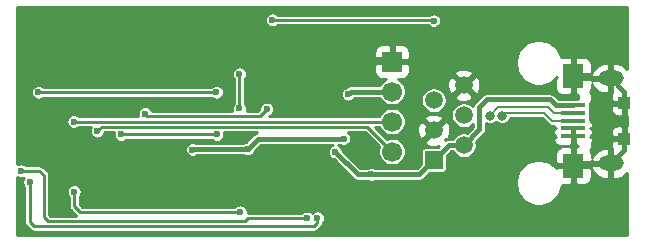
<source format=gbl>
G04 #@! TF.GenerationSoftware,KiCad,Pcbnew,(5.1.9-0-10_14)*
G04 #@! TF.CreationDate,2021-05-18T17:10:00+02:00*
G04 #@! TF.ProjectId,P1_wifi,50315f77-6966-4692-9e6b-696361645f70,rev?*
G04 #@! TF.SameCoordinates,Original*
G04 #@! TF.FileFunction,Copper,L2,Bot*
G04 #@! TF.FilePolarity,Positive*
%FSLAX46Y46*%
G04 Gerber Fmt 4.6, Leading zero omitted, Abs format (unit mm)*
G04 Created by KiCad (PCBNEW (5.1.9-0-10_14)) date 2021-05-18 17:10:00*
%MOMM*%
%LPD*%
G01*
G04 APERTURE LIST*
G04 #@! TA.AperFunction,ComponentPad*
%ADD10C,1.700000*%
G04 #@! TD*
G04 #@! TA.AperFunction,ComponentPad*
%ADD11R,1.700000X1.700000*%
G04 #@! TD*
G04 #@! TA.AperFunction,SMDPad,CuDef*
%ADD12R,1.000000X1.000000*%
G04 #@! TD*
G04 #@! TA.AperFunction,SMDPad,CuDef*
%ADD13R,2.150000X0.400000*%
G04 #@! TD*
G04 #@! TA.AperFunction,ComponentPad*
%ADD14R,1.800000X2.000000*%
G04 #@! TD*
G04 #@! TA.AperFunction,ComponentPad*
%ADD15O,2.150000X1.300000*%
G04 #@! TD*
G04 #@! TA.AperFunction,ComponentPad*
%ADD16R,1.520000X1.520000*%
G04 #@! TD*
G04 #@! TA.AperFunction,ComponentPad*
%ADD17C,1.520000*%
G04 #@! TD*
G04 #@! TA.AperFunction,ViaPad*
%ADD18C,0.600000*%
G04 #@! TD*
G04 #@! TA.AperFunction,ViaPad*
%ADD19C,0.812800*%
G04 #@! TD*
G04 #@! TA.AperFunction,Conductor*
%ADD20C,0.406400*%
G04 #@! TD*
G04 #@! TA.AperFunction,Conductor*
%ADD21C,0.254000*%
G04 #@! TD*
G04 #@! TA.AperFunction,Conductor*
%ADD22C,0.203200*%
G04 #@! TD*
G04 #@! TA.AperFunction,Conductor*
%ADD23C,0.100000*%
G04 #@! TD*
G04 APERTURE END LIST*
D10*
X39711500Y9937000D03*
X39711500Y12477000D03*
X39711500Y7397000D03*
D11*
X39711500Y15017000D03*
D12*
X59379500Y11500000D03*
D13*
X55069500Y11300000D03*
D14*
X55069500Y13800000D03*
D15*
X58229500Y13600000D03*
D14*
X55069500Y6200000D03*
D15*
X58229500Y6400000D03*
D12*
X59379500Y8500000D03*
D13*
X55069500Y10650000D03*
X55069500Y10000000D03*
X55069500Y9350000D03*
X55069500Y8700000D03*
D16*
X43243500Y6667500D03*
D17*
X45783500Y7937500D03*
X43243500Y9207500D03*
X45783500Y10477500D03*
X43243500Y11747500D03*
X45783500Y13017500D03*
D18*
X31496000Y4318000D03*
X33528000Y6350000D03*
X31496000Y6350000D03*
X33528000Y4318000D03*
X35052000Y16322000D03*
X35052000Y13462000D03*
X30099000Y7620000D03*
X31851600Y13716000D03*
X24511000Y18034000D03*
X11557000Y14351000D03*
X11557000Y4445000D03*
X27432000Y4445000D03*
X36703000Y7239000D03*
X36703000Y8763000D03*
X36931600Y13335000D03*
X30022800Y2844800D03*
X35153600Y2895600D03*
X24434800Y3098800D03*
X18034000Y15240000D03*
X21082000Y11684000D03*
X20574000Y5588000D03*
X15240000Y5588000D03*
X41656000Y4318000D03*
X45974000Y4318000D03*
X43688000Y762000D03*
X49022000Y1778000D03*
X50038000Y7620000D03*
X47244000Y7112000D03*
X48514000Y12573000D03*
X58928000Y19050000D03*
X57658000Y19050000D03*
X58928000Y17780000D03*
X58928000Y1016000D03*
X58928000Y2286000D03*
X57404000Y1016000D03*
X8128000Y19304000D03*
X26416000Y19050000D03*
X49276000Y19050000D03*
X58928000Y16256000D03*
X58928000Y3810000D03*
X55880000Y1016000D03*
X54102000Y1016000D03*
X56388000Y19050000D03*
X54864000Y19050000D03*
X41402000Y11176000D03*
X41402000Y8382000D03*
X41402000Y13716000D03*
X34903703Y7364651D03*
X37947600Y5460996D03*
X26797000Y13970000D03*
X36002000Y12258000D03*
X27495000Y7620000D03*
X22809200Y7569198D03*
X26797000Y11049000D03*
X35623007Y8495813D03*
X29591000Y18542000D03*
X43243504Y18478502D03*
X24841200Y12420600D03*
X9779000Y12420598D03*
X16764000Y8848788D03*
X24892000Y8848788D03*
D19*
X49022000Y10429855D03*
X48006000Y10429855D03*
D18*
X12801600Y4013200D03*
X26847800Y2285994D03*
X12776200Y9931400D03*
X14757400Y9118600D03*
X32512000Y1773210D03*
X8280400Y5765800D03*
X33401000Y1778000D03*
X9042400Y4800600D03*
X18796000Y10612421D03*
X29108400Y10998200D03*
D20*
X58229500Y13600000D02*
X55069500Y13600000D01*
X58229500Y6400000D02*
X55069500Y6400000D01*
X59379500Y12450000D02*
X58229500Y13600000D01*
X59379500Y11500000D02*
X59379500Y12450000D01*
X59379500Y7550000D02*
X58229500Y6400000D01*
X59379500Y8500000D02*
X59379500Y7550000D01*
X59379500Y11500000D02*
X59379500Y8500000D01*
X55069500Y8700000D02*
X55069500Y6400000D01*
X55069500Y9350000D02*
X55069500Y8700000D01*
X35052000Y13462000D02*
X35052000Y16322000D01*
X39488500Y15240000D02*
X35136000Y15240000D01*
D21*
X35136000Y15240000D02*
X35052000Y15324000D01*
X39711500Y15017000D02*
X39488500Y15240000D01*
D20*
X44513500Y7937500D02*
X43243500Y6667500D01*
X45783500Y7937500D02*
X44513500Y7937500D01*
D21*
X42792799Y6216799D02*
X43243500Y6667500D01*
D20*
X47117000Y9271000D02*
X45783500Y7937500D01*
X47723528Y11811000D02*
X47117000Y11204472D01*
X55069500Y11300000D02*
X53597000Y11300000D01*
X47117000Y11204472D02*
X47117000Y9271000D01*
X53086000Y11811000D02*
X47723528Y11811000D01*
X53597000Y11300000D02*
X53086000Y11811000D01*
X36807358Y5460996D02*
X37947600Y5460996D01*
X34903703Y7364651D02*
X36807358Y5460996D01*
X42792799Y6216799D02*
X42036996Y5460996D01*
X42036996Y5460996D02*
X38371864Y5460996D01*
X38371864Y5460996D02*
X37947600Y5460996D01*
X36221000Y12477000D02*
X36002000Y12258000D01*
X39711500Y12477000D02*
X36221000Y12477000D01*
X27495000Y7620000D02*
X22860002Y7620000D01*
X22860002Y7620000D02*
X22809200Y7569198D01*
D21*
X26797000Y13970000D02*
X26797000Y13545736D01*
X26797000Y13545736D02*
X26797000Y11049000D01*
X26797000Y11049000D02*
X26797000Y11049000D01*
D20*
X27495000Y7620000D02*
X28370813Y8495813D01*
X28370813Y8495813D02*
X35623007Y8495813D01*
D21*
X43180006Y18542000D02*
X43243504Y18478502D01*
X29591000Y18542000D02*
X38100000Y18542000D01*
X38100000Y18542000D02*
X43180006Y18542000D01*
X9779002Y12420600D02*
X9779000Y12420598D01*
X24841200Y12420600D02*
X9779002Y12420600D01*
X16764000Y8848788D02*
X24892000Y8848788D01*
D22*
X52578000Y10668000D02*
X53246000Y10000000D01*
X53246000Y10000000D02*
X55069500Y10000000D01*
X49260145Y10668000D02*
X52578000Y10668000D01*
X49022000Y10429855D02*
X49260145Y10668000D01*
X48717200Y11141055D02*
X52910509Y11141055D01*
X52910509Y11141055D02*
X53401564Y10650000D01*
X48006000Y10429855D02*
X48717200Y11141055D01*
X53401564Y10650000D02*
X55069500Y10650000D01*
D21*
X12801600Y2755400D02*
X13271006Y2285994D01*
X13271006Y2285994D02*
X26847800Y2285994D01*
X12801600Y4013200D02*
X12801600Y2755400D01*
X13233400Y9931400D02*
X12776200Y9931400D01*
X14154900Y9931400D02*
X13233400Y9931400D01*
X14160500Y9937000D02*
X14154900Y9931400D01*
X39711500Y9937000D02*
X14160500Y9937000D01*
X15117801Y9479001D02*
X14757400Y9118600D01*
X39711500Y7397000D02*
X37629499Y9479001D01*
X37629499Y9479001D02*
X15117801Y9479001D01*
X10236200Y5384800D02*
X9855200Y5765800D01*
X10236200Y1854200D02*
X10236200Y5384800D01*
X10566400Y1524000D02*
X10236200Y1854200D01*
X27247098Y1524000D02*
X10566400Y1524000D01*
X27496308Y1773210D02*
X27247098Y1524000D01*
X9855200Y5765800D02*
X8280400Y5765800D01*
X32512000Y1773210D02*
X27496308Y1773210D01*
X9042400Y1397000D02*
X9042400Y4800600D01*
X33114053Y1066789D02*
X9372611Y1066789D01*
X9372611Y1066789D02*
X9042400Y1397000D01*
X33401000Y1353736D02*
X33114053Y1066789D01*
X33401000Y1778000D02*
X33401000Y1353736D01*
X18796000Y10612421D02*
X18994421Y10414000D01*
X18994421Y10414000D02*
X28524200Y10414000D01*
X28524200Y10414000D02*
X29108400Y10998200D01*
X59644800Y14426971D02*
X59474005Y14597882D01*
X59263581Y14738585D01*
X59029751Y14835533D01*
X58781500Y14885000D01*
X58356500Y14885000D01*
X58356500Y13727000D01*
X58376500Y13727000D01*
X58376500Y13473000D01*
X58356500Y13473000D01*
X58356500Y12363678D01*
X58348963Y12354494D01*
X58289998Y12244180D01*
X58253688Y12124482D01*
X58241428Y12000000D01*
X58244500Y11785750D01*
X58403250Y11627000D01*
X59252500Y11627000D01*
X59252500Y11647000D01*
X59506500Y11647000D01*
X59506500Y11627000D01*
X59526500Y11627000D01*
X59526500Y11373000D01*
X59506500Y11373000D01*
X59506500Y10523750D01*
X59644800Y10385450D01*
X59644801Y9614551D01*
X59506500Y9476250D01*
X59506500Y8627000D01*
X59526500Y8627000D01*
X59526500Y8373000D01*
X59506500Y8373000D01*
X59506500Y8353000D01*
X59252500Y8353000D01*
X59252500Y8373000D01*
X58403250Y8373000D01*
X58244500Y8214250D01*
X58241428Y8000000D01*
X58253688Y7875518D01*
X58289998Y7755820D01*
X58348963Y7645506D01*
X58356500Y7636322D01*
X58356500Y6527000D01*
X58376500Y6527000D01*
X58376500Y6273000D01*
X58356500Y6273000D01*
X58356500Y5115000D01*
X58781500Y5115000D01*
X59029751Y5164467D01*
X59263581Y5261415D01*
X59474005Y5402118D01*
X59644801Y5573029D01*
X59644801Y355200D01*
X7950200Y355200D01*
X7950200Y5228497D01*
X7981888Y5207324D01*
X8096578Y5159818D01*
X8218331Y5135600D01*
X8342469Y5135600D01*
X8464222Y5159818D01*
X8547549Y5194333D01*
X8483924Y5099112D01*
X8436418Y4984422D01*
X8412200Y4862669D01*
X8412200Y4738531D01*
X8436418Y4616778D01*
X8483924Y4502088D01*
X8552892Y4398871D01*
X8585201Y4366562D01*
X8585200Y1419450D01*
X8582989Y1397000D01*
X8585200Y1374550D01*
X8585200Y1374541D01*
X8591815Y1307374D01*
X8617959Y1221192D01*
X8660413Y1141765D01*
X8717547Y1072147D01*
X8734997Y1057826D01*
X9033441Y759381D01*
X9047758Y741936D01*
X9117375Y684802D01*
X9196802Y642348D01*
X9282984Y616204D01*
X9350151Y609589D01*
X9350161Y609589D01*
X9372611Y607378D01*
X9395061Y609589D01*
X33091603Y609589D01*
X33114053Y607378D01*
X33136503Y609589D01*
X33136513Y609589D01*
X33203680Y616204D01*
X33289862Y642348D01*
X33369289Y684802D01*
X33438906Y741936D01*
X33453227Y759386D01*
X33708403Y1014562D01*
X33725853Y1028883D01*
X33762401Y1073416D01*
X33782987Y1098499D01*
X33819722Y1167228D01*
X33825441Y1177927D01*
X33851585Y1264109D01*
X33858200Y1331276D01*
X33858200Y1331285D01*
X33859585Y1345348D01*
X33890508Y1376271D01*
X33959476Y1479488D01*
X34006982Y1594178D01*
X34031200Y1715931D01*
X34031200Y1840069D01*
X34006982Y1961822D01*
X33959476Y2076512D01*
X33890508Y2179729D01*
X33802729Y2267508D01*
X33699512Y2336476D01*
X33584822Y2383982D01*
X33463069Y2408200D01*
X33338931Y2408200D01*
X33217178Y2383982D01*
X33102488Y2336476D01*
X32999271Y2267508D01*
X32954105Y2222342D01*
X32913729Y2262718D01*
X32810512Y2331686D01*
X32695822Y2379192D01*
X32574069Y2403410D01*
X32449931Y2403410D01*
X32328178Y2379192D01*
X32213488Y2331686D01*
X32110271Y2262718D01*
X32077963Y2230410D01*
X27518757Y2230410D01*
X27496307Y2232621D01*
X27478000Y2230818D01*
X27478000Y2348063D01*
X27453782Y2469816D01*
X27406276Y2584506D01*
X27337308Y2687723D01*
X27249529Y2775502D01*
X27146312Y2844470D01*
X27031622Y2891976D01*
X26909869Y2916194D01*
X26785731Y2916194D01*
X26663978Y2891976D01*
X26549288Y2844470D01*
X26446071Y2775502D01*
X26413763Y2743194D01*
X13460384Y2743194D01*
X13258800Y2944777D01*
X13258800Y3579163D01*
X13291108Y3611471D01*
X13360076Y3714688D01*
X13407582Y3829378D01*
X13431800Y3951131D01*
X13431800Y4075269D01*
X13407582Y4197022D01*
X13360076Y4311712D01*
X13291108Y4414929D01*
X13203329Y4502708D01*
X13100112Y4571676D01*
X12985422Y4619182D01*
X12863669Y4643400D01*
X12739531Y4643400D01*
X12617778Y4619182D01*
X12503088Y4571676D01*
X12399871Y4502708D01*
X12312092Y4414929D01*
X12243124Y4311712D01*
X12195618Y4197022D01*
X12171400Y4075269D01*
X12171400Y3951131D01*
X12195618Y3829378D01*
X12243124Y3714688D01*
X12312092Y3611471D01*
X12344400Y3579163D01*
X12344401Y2777859D01*
X12342189Y2755400D01*
X12351016Y2665774D01*
X12377160Y2579591D01*
X12419613Y2500165D01*
X12451097Y2461803D01*
X12476748Y2430547D01*
X12494192Y2416231D01*
X12929222Y1981200D01*
X10755778Y1981200D01*
X10693400Y2043577D01*
X10693400Y5362351D01*
X10695611Y5384801D01*
X10693400Y5407251D01*
X10693400Y5407260D01*
X10686785Y5474427D01*
X10660641Y5560609D01*
X10622685Y5631621D01*
X10618187Y5640037D01*
X10575370Y5692208D01*
X10561053Y5709653D01*
X10543608Y5723970D01*
X10194374Y6073203D01*
X10180053Y6090653D01*
X10110436Y6147787D01*
X10031009Y6190241D01*
X9944827Y6216385D01*
X9877660Y6223000D01*
X9877650Y6223000D01*
X9855200Y6225211D01*
X9832750Y6223000D01*
X8714437Y6223000D01*
X8682129Y6255308D01*
X8578912Y6324276D01*
X8464222Y6371782D01*
X8342469Y6396000D01*
X8218331Y6396000D01*
X8096578Y6371782D01*
X7981888Y6324276D01*
X7950200Y6303103D01*
X7950200Y9993469D01*
X12146000Y9993469D01*
X12146000Y9869331D01*
X12170218Y9747578D01*
X12217724Y9632888D01*
X12286692Y9529671D01*
X12374471Y9441892D01*
X12477688Y9372924D01*
X12592378Y9325418D01*
X12714131Y9301200D01*
X12838269Y9301200D01*
X12960022Y9325418D01*
X13074712Y9372924D01*
X13177929Y9441892D01*
X13210237Y9474200D01*
X14132450Y9474200D01*
X14154900Y9471989D01*
X14177350Y9474200D01*
X14177360Y9474200D01*
X14234221Y9479800D01*
X14240811Y9479800D01*
X14198924Y9417112D01*
X14151418Y9302422D01*
X14127200Y9180669D01*
X14127200Y9056531D01*
X14151418Y8934778D01*
X14198924Y8820088D01*
X14267892Y8716871D01*
X14355671Y8629092D01*
X14458888Y8560124D01*
X14573578Y8512618D01*
X14695331Y8488400D01*
X14819469Y8488400D01*
X14941222Y8512618D01*
X15055912Y8560124D01*
X15159129Y8629092D01*
X15246908Y8716871D01*
X15315876Y8820088D01*
X15363382Y8934778D01*
X15380692Y9021801D01*
X16155868Y9021801D01*
X16133800Y8910857D01*
X16133800Y8786719D01*
X16158018Y8664966D01*
X16205524Y8550276D01*
X16274492Y8447059D01*
X16362271Y8359280D01*
X16465488Y8290312D01*
X16580178Y8242806D01*
X16701931Y8218588D01*
X16826069Y8218588D01*
X16947822Y8242806D01*
X17062512Y8290312D01*
X17165729Y8359280D01*
X17198037Y8391588D01*
X24457963Y8391588D01*
X24490271Y8359280D01*
X24593488Y8290312D01*
X24708178Y8242806D01*
X24829931Y8218588D01*
X24954069Y8218588D01*
X25075822Y8242806D01*
X25190512Y8290312D01*
X25293729Y8359280D01*
X25381508Y8447059D01*
X25450476Y8550276D01*
X25497982Y8664966D01*
X25522200Y8786719D01*
X25522200Y8910857D01*
X25500132Y9021801D01*
X28269365Y9021801D01*
X28266248Y9021494D01*
X28165702Y8990994D01*
X28073038Y8941464D01*
X27991818Y8874808D01*
X27975117Y8854458D01*
X27355446Y8234787D01*
X27311178Y8225982D01*
X27196488Y8178476D01*
X27158959Y8153400D01*
X23045604Y8153400D01*
X22993022Y8175180D01*
X22871269Y8199398D01*
X22747131Y8199398D01*
X22625378Y8175180D01*
X22510688Y8127674D01*
X22407471Y8058706D01*
X22319692Y7970927D01*
X22250724Y7867710D01*
X22203218Y7753020D01*
X22179000Y7631267D01*
X22179000Y7507129D01*
X22203218Y7385376D01*
X22250724Y7270686D01*
X22319692Y7167469D01*
X22407471Y7079690D01*
X22510688Y7010722D01*
X22625378Y6963216D01*
X22747131Y6938998D01*
X22871269Y6938998D01*
X22993022Y6963216D01*
X23107712Y7010722D01*
X23210929Y7079690D01*
X23217839Y7086600D01*
X27158959Y7086600D01*
X27196488Y7061524D01*
X27311178Y7014018D01*
X27432931Y6989800D01*
X27557069Y6989800D01*
X27678822Y7014018D01*
X27793512Y7061524D01*
X27896729Y7130492D01*
X27984508Y7218271D01*
X28053476Y7321488D01*
X28100982Y7436178D01*
X28109787Y7480446D01*
X28591754Y7962413D01*
X34700036Y7962413D01*
X34605191Y7923127D01*
X34501974Y7854159D01*
X34414195Y7766380D01*
X34345227Y7663163D01*
X34297721Y7548473D01*
X34273503Y7426720D01*
X34273503Y7302582D01*
X34297721Y7180829D01*
X34345227Y7066139D01*
X34414195Y6962922D01*
X34501974Y6875143D01*
X34605191Y6806175D01*
X34719881Y6758669D01*
X34764149Y6749864D01*
X36411662Y5102351D01*
X36428363Y5082001D01*
X36509583Y5015345D01*
X36602247Y4965815D01*
X36702793Y4935315D01*
X36781163Y4927596D01*
X36781164Y4927596D01*
X36807358Y4925016D01*
X36833552Y4927596D01*
X37611559Y4927596D01*
X37649088Y4902520D01*
X37763778Y4855014D01*
X37885531Y4830796D01*
X38009669Y4830796D01*
X38131422Y4855014D01*
X38246112Y4902520D01*
X38283641Y4927596D01*
X42010809Y4927596D01*
X42036996Y4925017D01*
X42063183Y4927596D01*
X42063191Y4927596D01*
X42141561Y4935315D01*
X42190202Y4950070D01*
X50178300Y4950070D01*
X50178300Y4564930D01*
X50253438Y4187189D01*
X50400825Y3831366D01*
X50614797Y3511133D01*
X50887133Y3238797D01*
X51207366Y3024825D01*
X51563189Y2877438D01*
X51940930Y2802300D01*
X52326070Y2802300D01*
X52703811Y2877438D01*
X53059634Y3024825D01*
X53379867Y3238797D01*
X53652203Y3511133D01*
X53866175Y3831366D01*
X54013562Y4187189D01*
X54088700Y4564930D01*
X54088700Y4569886D01*
X54169500Y4561928D01*
X54783750Y4565000D01*
X54942500Y4723750D01*
X54942500Y6073000D01*
X55196500Y6073000D01*
X55196500Y4723750D01*
X55355250Y4565000D01*
X55969500Y4561928D01*
X56093982Y4574188D01*
X56213680Y4610498D01*
X56323994Y4669463D01*
X56420685Y4748815D01*
X56500037Y4845506D01*
X56559002Y4955820D01*
X56595312Y5075518D01*
X56607572Y5200000D01*
X56604500Y5914250D01*
X56445750Y6073000D01*
X55196500Y6073000D01*
X54942500Y6073000D01*
X53693250Y6073000D01*
X53638160Y6017910D01*
X53581541Y6074529D01*
X56561401Y6074529D01*
X56568713Y6025585D01*
X56665503Y5791689D01*
X56806064Y5581170D01*
X56984995Y5402118D01*
X57195419Y5261415D01*
X57429249Y5164467D01*
X57677500Y5115000D01*
X58102500Y5115000D01*
X58102500Y6273000D01*
X56685433Y6273000D01*
X56561401Y6074529D01*
X53581541Y6074529D01*
X53379867Y6276203D01*
X53059634Y6490175D01*
X52703811Y6637562D01*
X52326070Y6712700D01*
X51940930Y6712700D01*
X51563189Y6637562D01*
X51207366Y6490175D01*
X50887133Y6276203D01*
X50614797Y6003867D01*
X50400825Y5683634D01*
X50253438Y5327811D01*
X50178300Y4950070D01*
X42190202Y4950070D01*
X42242107Y4965815D01*
X42334771Y5015345D01*
X42415991Y5082001D01*
X42432692Y5102351D01*
X42906044Y5575703D01*
X44003500Y5575703D01*
X44068230Y5582078D01*
X44130473Y5600960D01*
X44187837Y5631621D01*
X44238116Y5672884D01*
X44279379Y5723163D01*
X44310040Y5780527D01*
X44328922Y5842770D01*
X44335297Y5907500D01*
X44335297Y7004955D01*
X44734442Y7404100D01*
X44828734Y7404100D01*
X44936686Y7242538D01*
X45088538Y7090686D01*
X45267097Y6971377D01*
X45465500Y6889196D01*
X45676125Y6847300D01*
X45890875Y6847300D01*
X46101500Y6889196D01*
X46299903Y6971377D01*
X46478462Y7090686D01*
X46587776Y7200000D01*
X53531428Y7200000D01*
X53534500Y6485750D01*
X53693250Y6327000D01*
X54942500Y6327000D01*
X54942500Y7676250D01*
X54783750Y7835000D01*
X54169500Y7838072D01*
X54045018Y7825812D01*
X53925320Y7789502D01*
X53815006Y7730537D01*
X53718315Y7651185D01*
X53638963Y7554494D01*
X53579998Y7444180D01*
X53543688Y7324482D01*
X53531428Y7200000D01*
X46587776Y7200000D01*
X46630314Y7242538D01*
X46749623Y7421097D01*
X46831804Y7619500D01*
X46873700Y7830125D01*
X46873700Y8044875D01*
X46835792Y8235451D01*
X47475645Y8875304D01*
X47495995Y8892005D01*
X47562651Y8973225D01*
X47612181Y9065889D01*
X47642681Y9166435D01*
X47650400Y9244805D01*
X47650400Y9244806D01*
X47652980Y9271000D01*
X47650400Y9297194D01*
X47650400Y9781558D01*
X47657089Y9777089D01*
X47791142Y9721562D01*
X47933451Y9693255D01*
X48078549Y9693255D01*
X48220858Y9721562D01*
X48354911Y9777089D01*
X48475555Y9857700D01*
X48514000Y9896145D01*
X48552445Y9857700D01*
X48673089Y9777089D01*
X48807142Y9721562D01*
X48949451Y9693255D01*
X49094549Y9693255D01*
X49236858Y9721562D01*
X49370911Y9777089D01*
X49491555Y9857700D01*
X49594155Y9960300D01*
X49674766Y10080944D01*
X49730293Y10214997D01*
X49734511Y10236200D01*
X52399144Y10236200D01*
X52925669Y9709674D01*
X52939194Y9693194D01*
X52985965Y9654810D01*
X53004944Y9639234D01*
X53079958Y9599139D01*
X53161352Y9574448D01*
X53246000Y9566111D01*
X53267210Y9568200D01*
X53373050Y9568200D01*
X53518250Y9423000D01*
X53631679Y9423000D01*
X53548488Y9356299D01*
X53468038Y9260519D01*
X53426934Y9185684D01*
X53359500Y9118250D01*
X53369443Y9025000D01*
X53359500Y8931750D01*
X53426934Y8864316D01*
X53468038Y8789481D01*
X53548488Y8693701D01*
X53631679Y8627000D01*
X53518250Y8627000D01*
X53359500Y8468250D01*
X53370148Y8368392D01*
X53407820Y8249116D01*
X53468038Y8139481D01*
X53548488Y8043701D01*
X53646077Y7965456D01*
X53757056Y7907753D01*
X53877160Y7872810D01*
X54001774Y7861969D01*
X54783750Y7865000D01*
X54942500Y8023750D01*
X54942500Y8627000D01*
X54895750Y8627000D01*
X54942500Y8673750D01*
X54942500Y8847000D01*
X55196500Y8847000D01*
X55196500Y8673750D01*
X55243250Y8627000D01*
X55196500Y8627000D01*
X55196500Y8023750D01*
X55355250Y7865000D01*
X55489400Y7864480D01*
X55495125Y7835700D01*
X55355250Y7835000D01*
X55196500Y7676250D01*
X55196500Y6327000D01*
X56445750Y6327000D01*
X56604500Y6485750D01*
X56605229Y6655339D01*
X56685433Y6527000D01*
X58102500Y6527000D01*
X58102500Y7685000D01*
X57677500Y7685000D01*
X57429249Y7635533D01*
X57195419Y7538585D01*
X56984995Y7397882D01*
X56806064Y7218830D01*
X56665503Y7008311D01*
X56606130Y6864835D01*
X56607572Y7200000D01*
X56595312Y7324482D01*
X56559002Y7444180D01*
X56500037Y7554494D01*
X56495456Y7560075D01*
X56549589Y7614208D01*
X56615821Y7713330D01*
X56661442Y7823470D01*
X56684700Y7940393D01*
X56684700Y8059607D01*
X56669223Y8137411D01*
X56670962Y8139481D01*
X56731180Y8249116D01*
X56768852Y8368392D01*
X56779500Y8468250D01*
X56620750Y8627000D01*
X56507321Y8627000D01*
X56590512Y8693701D01*
X56670962Y8789481D01*
X56712066Y8864316D01*
X56779500Y8931750D01*
X56772223Y9000000D01*
X58241428Y9000000D01*
X58244500Y8785750D01*
X58403250Y8627000D01*
X59252500Y8627000D01*
X59252500Y9476250D01*
X59093750Y9635000D01*
X58879500Y9638072D01*
X58755018Y9625812D01*
X58635320Y9589502D01*
X58525006Y9530537D01*
X58428315Y9451185D01*
X58348963Y9354494D01*
X58289998Y9244180D01*
X58253688Y9124482D01*
X58241428Y9000000D01*
X56772223Y9000000D01*
X56769557Y9025000D01*
X56779500Y9118250D01*
X56712066Y9185684D01*
X56670962Y9260519D01*
X56590512Y9356299D01*
X56507321Y9423000D01*
X56620750Y9423000D01*
X56779500Y9581750D01*
X56768852Y9681608D01*
X56731180Y9800884D01*
X56670962Y9910519D01*
X56590512Y10006299D01*
X56492923Y10084544D01*
X56476297Y10093189D01*
X56476297Y10200000D01*
X56469922Y10264730D01*
X56451639Y10325000D01*
X56469922Y10385270D01*
X56476297Y10450000D01*
X56476297Y10850000D01*
X56469922Y10914730D01*
X56451639Y10975000D01*
X56459222Y11000000D01*
X58241428Y11000000D01*
X58253688Y10875518D01*
X58289998Y10755820D01*
X58348963Y10645506D01*
X58428315Y10548815D01*
X58525006Y10469463D01*
X58635320Y10410498D01*
X58755018Y10374188D01*
X58879500Y10361928D01*
X59093750Y10365000D01*
X59252500Y10523750D01*
X59252500Y11373000D01*
X58403250Y11373000D01*
X58244500Y11214250D01*
X58241428Y11000000D01*
X56459222Y11000000D01*
X56469922Y11035270D01*
X56476297Y11100000D01*
X56476297Y11500000D01*
X56472629Y11537248D01*
X56549589Y11614208D01*
X56615821Y11713330D01*
X56661442Y11823470D01*
X56684700Y11940393D01*
X56684700Y12059607D01*
X56661442Y12176530D01*
X56615821Y12286670D01*
X56549589Y12385792D01*
X56495456Y12439925D01*
X56500037Y12445506D01*
X56559002Y12555820D01*
X56595312Y12675518D01*
X56607572Y12800000D01*
X56606130Y13135165D01*
X56665503Y12991689D01*
X56806064Y12781170D01*
X56984995Y12602118D01*
X57195419Y12461415D01*
X57429249Y12364467D01*
X57677500Y12315000D01*
X58102500Y12315000D01*
X58102500Y13473000D01*
X56685433Y13473000D01*
X56605229Y13344661D01*
X56604500Y13514250D01*
X56445750Y13673000D01*
X55196500Y13673000D01*
X55196500Y12323750D01*
X55355250Y12165000D01*
X55495125Y12164300D01*
X55474300Y12059607D01*
X55474300Y11940393D01*
X55495902Y11831797D01*
X55111970Y11831797D01*
X55095695Y11833400D01*
X53817942Y11833400D01*
X53481695Y12169646D01*
X53464995Y12189995D01*
X53383775Y12256651D01*
X53291111Y12306181D01*
X53190565Y12336681D01*
X53112195Y12344400D01*
X53112187Y12344400D01*
X53086000Y12346979D01*
X53059813Y12344400D01*
X47749714Y12344400D01*
X47723527Y12346979D01*
X47697340Y12344400D01*
X47697333Y12344400D01*
X47618963Y12336681D01*
X47518417Y12306181D01*
X47425753Y12256651D01*
X47369516Y12210498D01*
X47344533Y12189995D01*
X47327837Y12169651D01*
X46758354Y11600167D01*
X46738005Y11583467D01*
X46671349Y11502247D01*
X46621819Y11409582D01*
X46591319Y11309036D01*
X46583600Y11230666D01*
X46583600Y11230659D01*
X46582571Y11220205D01*
X46478462Y11324314D01*
X46299903Y11443623D01*
X46101500Y11525804D01*
X45890875Y11567700D01*
X45676125Y11567700D01*
X45465500Y11525804D01*
X45267097Y11443623D01*
X45088538Y11324314D01*
X44936686Y11172462D01*
X44817377Y10993903D01*
X44735196Y10795500D01*
X44693300Y10584875D01*
X44693300Y10370125D01*
X44735196Y10159500D01*
X44817377Y9961097D01*
X44936686Y9782538D01*
X45088538Y9630686D01*
X45267097Y9511377D01*
X45465500Y9429196D01*
X45676125Y9387300D01*
X45890875Y9387300D01*
X46101500Y9429196D01*
X46299903Y9511377D01*
X46478462Y9630686D01*
X46583601Y9735825D01*
X46583601Y9491942D01*
X46081451Y8989792D01*
X45890875Y9027700D01*
X45676125Y9027700D01*
X45465500Y8985804D01*
X45267097Y8903623D01*
X45088538Y8784314D01*
X44936686Y8632462D01*
X44828734Y8470900D01*
X44539686Y8470900D01*
X44513499Y8473479D01*
X44487312Y8470900D01*
X44487305Y8470900D01*
X44408935Y8463181D01*
X44308389Y8432681D01*
X44236404Y8394204D01*
X44207639Y8422969D01*
X44447525Y8489706D01*
X44564424Y8738392D01*
X44630561Y9005106D01*
X44643395Y9279597D01*
X44602431Y9551317D01*
X44509244Y9809826D01*
X44447525Y9925294D01*
X44207637Y9992031D01*
X43423105Y9207500D01*
X43437248Y9193358D01*
X43257642Y9013752D01*
X43243500Y9027895D01*
X42458969Y8243363D01*
X42525706Y8003475D01*
X42774392Y7886576D01*
X43041106Y7820439D01*
X43315597Y7807605D01*
X43587317Y7848569D01*
X43716961Y7895303D01*
X43580955Y7759297D01*
X42483500Y7759297D01*
X42418770Y7752922D01*
X42356527Y7734040D01*
X42299163Y7703379D01*
X42248884Y7662116D01*
X42207621Y7611837D01*
X42176960Y7554473D01*
X42158078Y7492230D01*
X42151703Y7427500D01*
X42151703Y6330044D01*
X41816055Y5994396D01*
X38283641Y5994396D01*
X38246112Y6019472D01*
X38131422Y6066978D01*
X38009669Y6091196D01*
X37885531Y6091196D01*
X37763778Y6066978D01*
X37649088Y6019472D01*
X37611559Y5994396D01*
X37028299Y5994396D01*
X35518490Y7504205D01*
X35509685Y7548473D01*
X35462179Y7663163D01*
X35393211Y7766380D01*
X35305432Y7854159D01*
X35202215Y7923127D01*
X35107370Y7962413D01*
X35286966Y7962413D01*
X35324495Y7937337D01*
X35439185Y7889831D01*
X35560938Y7865613D01*
X35685076Y7865613D01*
X35806829Y7889831D01*
X35921519Y7937337D01*
X36024736Y8006305D01*
X36112515Y8094084D01*
X36181483Y8197301D01*
X36228989Y8311991D01*
X36253207Y8433744D01*
X36253207Y8557882D01*
X36228989Y8679635D01*
X36181483Y8794325D01*
X36112515Y8897542D01*
X36024736Y8985321D01*
X35970140Y9021801D01*
X37440122Y9021801D01*
X38618836Y7843086D01*
X38576655Y7741252D01*
X38531300Y7513240D01*
X38531300Y7280760D01*
X38576655Y7052748D01*
X38665621Y6837966D01*
X38794779Y6644667D01*
X38959167Y6480279D01*
X39152466Y6351121D01*
X39367248Y6262155D01*
X39595260Y6216800D01*
X39827740Y6216800D01*
X40055752Y6262155D01*
X40270534Y6351121D01*
X40463833Y6480279D01*
X40628221Y6644667D01*
X40757379Y6837966D01*
X40846345Y7052748D01*
X40891700Y7280760D01*
X40891700Y7513240D01*
X40846345Y7741252D01*
X40757379Y7956034D01*
X40628221Y8149333D01*
X40463833Y8313721D01*
X40270534Y8442879D01*
X40055752Y8531845D01*
X39827740Y8577200D01*
X39595260Y8577200D01*
X39367248Y8531845D01*
X39265414Y8489664D01*
X38275277Y9479800D01*
X38623440Y9479800D01*
X38665621Y9377966D01*
X38794779Y9184667D01*
X38959167Y9020279D01*
X39152466Y8891121D01*
X39367248Y8802155D01*
X39595260Y8756800D01*
X39827740Y8756800D01*
X40055752Y8802155D01*
X40270534Y8891121D01*
X40463833Y9020279D01*
X40578957Y9135403D01*
X41843605Y9135403D01*
X41884569Y8863683D01*
X41977756Y8605174D01*
X42039475Y8489706D01*
X42279363Y8422969D01*
X43063895Y9207500D01*
X42279363Y9992031D01*
X42039475Y9925294D01*
X41922576Y9676608D01*
X41856439Y9409894D01*
X41843605Y9135403D01*
X40578957Y9135403D01*
X40628221Y9184667D01*
X40757379Y9377966D01*
X40846345Y9592748D01*
X40891700Y9820760D01*
X40891700Y10053240D01*
X40868150Y10171637D01*
X42458969Y10171637D01*
X43243500Y9387105D01*
X44028031Y10171637D01*
X43961294Y10411525D01*
X43712608Y10528424D01*
X43445894Y10594561D01*
X43171403Y10607395D01*
X42899683Y10566431D01*
X42641174Y10473244D01*
X42525706Y10411525D01*
X42458969Y10171637D01*
X40868150Y10171637D01*
X40846345Y10281252D01*
X40757379Y10496034D01*
X40628221Y10689333D01*
X40463833Y10853721D01*
X40270534Y10982879D01*
X40055752Y11071845D01*
X39827740Y11117200D01*
X39595260Y11117200D01*
X39367248Y11071845D01*
X39152466Y10982879D01*
X38959167Y10853721D01*
X38794779Y10689333D01*
X38665621Y10496034D01*
X38623440Y10394200D01*
X29297007Y10394200D01*
X29406912Y10439724D01*
X29510129Y10508692D01*
X29597908Y10596471D01*
X29666876Y10699688D01*
X29714382Y10814378D01*
X29738600Y10936131D01*
X29738600Y11060269D01*
X29714382Y11182022D01*
X29666876Y11296712D01*
X29597908Y11399929D01*
X29510129Y11487708D01*
X29406912Y11556676D01*
X29292222Y11604182D01*
X29170469Y11628400D01*
X29046331Y11628400D01*
X28924578Y11604182D01*
X28809888Y11556676D01*
X28706671Y11487708D01*
X28618892Y11399929D01*
X28549924Y11296712D01*
X28502418Y11182022D01*
X28478200Y11060269D01*
X28478200Y11014578D01*
X28334823Y10871200D01*
X27404180Y10871200D01*
X27427200Y10986931D01*
X27427200Y11111069D01*
X27402982Y11232822D01*
X27355476Y11347512D01*
X27286508Y11450729D01*
X27254200Y11483037D01*
X27254200Y12320069D01*
X35371800Y12320069D01*
X35371800Y12195931D01*
X35396018Y12074178D01*
X35443524Y11959488D01*
X35512492Y11856271D01*
X35600271Y11768492D01*
X35703488Y11699524D01*
X35818178Y11652018D01*
X35939931Y11627800D01*
X36064069Y11627800D01*
X36185822Y11652018D01*
X36300512Y11699524D01*
X36403729Y11768492D01*
X36491508Y11856271D01*
X36549860Y11943600D01*
X38655003Y11943600D01*
X38665621Y11917966D01*
X38794779Y11724667D01*
X38959167Y11560279D01*
X39152466Y11431121D01*
X39367248Y11342155D01*
X39595260Y11296800D01*
X39827740Y11296800D01*
X40055752Y11342155D01*
X40270534Y11431121D01*
X40463833Y11560279D01*
X40628221Y11724667D01*
X40715223Y11854875D01*
X42153300Y11854875D01*
X42153300Y11640125D01*
X42195196Y11429500D01*
X42277377Y11231097D01*
X42396686Y11052538D01*
X42548538Y10900686D01*
X42727097Y10781377D01*
X42925500Y10699196D01*
X43136125Y10657300D01*
X43350875Y10657300D01*
X43561500Y10699196D01*
X43759903Y10781377D01*
X43938462Y10900686D01*
X44090314Y11052538D01*
X44209623Y11231097D01*
X44291804Y11429500D01*
X44333700Y11640125D01*
X44333700Y11854875D01*
X44294219Y12053363D01*
X44998969Y12053363D01*
X45065706Y11813475D01*
X45314392Y11696576D01*
X45581106Y11630439D01*
X45855597Y11617605D01*
X46127317Y11658569D01*
X46385826Y11751756D01*
X46501294Y11813475D01*
X46568031Y12053363D01*
X45783500Y12837895D01*
X44998969Y12053363D01*
X44294219Y12053363D01*
X44291804Y12065500D01*
X44209623Y12263903D01*
X44090314Y12442462D01*
X43938462Y12594314D01*
X43759903Y12713623D01*
X43561500Y12795804D01*
X43350875Y12837700D01*
X43136125Y12837700D01*
X42925500Y12795804D01*
X42727097Y12713623D01*
X42548538Y12594314D01*
X42396686Y12442462D01*
X42277377Y12263903D01*
X42195196Y12065500D01*
X42153300Y11854875D01*
X40715223Y11854875D01*
X40757379Y11917966D01*
X40846345Y12132748D01*
X40891700Y12360760D01*
X40891700Y12593240D01*
X40846345Y12821252D01*
X40794920Y12945403D01*
X44383605Y12945403D01*
X44424569Y12673683D01*
X44517756Y12415174D01*
X44579475Y12299706D01*
X44819363Y12232969D01*
X45603895Y13017500D01*
X45963105Y13017500D01*
X46747637Y12232969D01*
X46987525Y12299706D01*
X47104424Y12548392D01*
X47170561Y12815106D01*
X47183395Y13089597D01*
X47142431Y13361317D01*
X47049244Y13619826D01*
X46987525Y13735294D01*
X46747637Y13802031D01*
X45963105Y13017500D01*
X45603895Y13017500D01*
X44819363Y13802031D01*
X44579475Y13735294D01*
X44462576Y13486608D01*
X44396439Y13219894D01*
X44383605Y12945403D01*
X40794920Y12945403D01*
X40757379Y13036034D01*
X40628221Y13229333D01*
X40463833Y13393721D01*
X40270534Y13522879D01*
X40251861Y13530614D01*
X40561500Y13528928D01*
X40685982Y13541188D01*
X40805680Y13577498D01*
X40915994Y13636463D01*
X41012685Y13715815D01*
X41092037Y13812506D01*
X41151002Y13922820D01*
X41168843Y13981637D01*
X44998969Y13981637D01*
X45783500Y13197105D01*
X46568031Y13981637D01*
X46501294Y14221525D01*
X46252608Y14338424D01*
X45985894Y14404561D01*
X45711403Y14417395D01*
X45439683Y14376431D01*
X45181174Y14283244D01*
X45065706Y14221525D01*
X44998969Y13981637D01*
X41168843Y13981637D01*
X41187312Y14042518D01*
X41199572Y14167000D01*
X41196500Y14731250D01*
X41037750Y14890000D01*
X39838500Y14890000D01*
X39838500Y14870000D01*
X39584500Y14870000D01*
X39584500Y14890000D01*
X38385250Y14890000D01*
X38226500Y14731250D01*
X38223428Y14167000D01*
X38235688Y14042518D01*
X38271998Y13922820D01*
X38330963Y13812506D01*
X38410315Y13715815D01*
X38507006Y13636463D01*
X38617320Y13577498D01*
X38737018Y13541188D01*
X38861500Y13528928D01*
X39171139Y13530614D01*
X39152466Y13522879D01*
X38959167Y13393721D01*
X38794779Y13229333D01*
X38665621Y13036034D01*
X38655003Y13010400D01*
X36247194Y13010400D01*
X36221000Y13012980D01*
X36194806Y13010400D01*
X36194805Y13010400D01*
X36116435Y13002681D01*
X36015889Y12972181D01*
X35923225Y12922651D01*
X35862473Y12872793D01*
X35818178Y12863982D01*
X35703488Y12816476D01*
X35600271Y12747508D01*
X35512492Y12659729D01*
X35443524Y12556512D01*
X35396018Y12441822D01*
X35371800Y12320069D01*
X27254200Y12320069D01*
X27254200Y13535963D01*
X27286508Y13568271D01*
X27355476Y13671488D01*
X27402982Y13786178D01*
X27427200Y13907931D01*
X27427200Y14032069D01*
X27402982Y14153822D01*
X27355476Y14268512D01*
X27286508Y14371729D01*
X27198729Y14459508D01*
X27095512Y14528476D01*
X26980822Y14575982D01*
X26859069Y14600200D01*
X26734931Y14600200D01*
X26613178Y14575982D01*
X26498488Y14528476D01*
X26395271Y14459508D01*
X26307492Y14371729D01*
X26238524Y14268512D01*
X26191018Y14153822D01*
X26166800Y14032069D01*
X26166800Y13907931D01*
X26191018Y13786178D01*
X26238524Y13671488D01*
X26307492Y13568271D01*
X26339800Y13535963D01*
X26339801Y11483038D01*
X26307492Y11450729D01*
X26238524Y11347512D01*
X26191018Y11232822D01*
X26166800Y11111069D01*
X26166800Y10986931D01*
X26189820Y10871200D01*
X19370934Y10871200D01*
X19354476Y10910933D01*
X19285508Y11014150D01*
X19197729Y11101929D01*
X19094512Y11170897D01*
X18979822Y11218403D01*
X18858069Y11242621D01*
X18733931Y11242621D01*
X18612178Y11218403D01*
X18497488Y11170897D01*
X18394271Y11101929D01*
X18306492Y11014150D01*
X18237524Y10910933D01*
X18190018Y10796243D01*
X18165800Y10674490D01*
X18165800Y10550352D01*
X18190018Y10428599D01*
X18204266Y10394200D01*
X14182950Y10394200D01*
X14160500Y10396411D01*
X14138050Y10394200D01*
X14138040Y10394200D01*
X14081179Y10388600D01*
X13210237Y10388600D01*
X13177929Y10420908D01*
X13074712Y10489876D01*
X12960022Y10537382D01*
X12838269Y10561600D01*
X12714131Y10561600D01*
X12592378Y10537382D01*
X12477688Y10489876D01*
X12374471Y10420908D01*
X12286692Y10333129D01*
X12217724Y10229912D01*
X12170218Y10115222D01*
X12146000Y9993469D01*
X7950200Y9993469D01*
X7950200Y12482667D01*
X9148800Y12482667D01*
X9148800Y12358529D01*
X9173018Y12236776D01*
X9220524Y12122086D01*
X9289492Y12018869D01*
X9377271Y11931090D01*
X9480488Y11862122D01*
X9595178Y11814616D01*
X9716931Y11790398D01*
X9841069Y11790398D01*
X9962822Y11814616D01*
X10077512Y11862122D01*
X10180729Y11931090D01*
X10213039Y11963400D01*
X24407163Y11963400D01*
X24439471Y11931092D01*
X24542688Y11862124D01*
X24657378Y11814618D01*
X24779131Y11790400D01*
X24903269Y11790400D01*
X25025022Y11814618D01*
X25139712Y11862124D01*
X25242929Y11931092D01*
X25330708Y12018871D01*
X25399676Y12122088D01*
X25447182Y12236778D01*
X25471400Y12358531D01*
X25471400Y12482669D01*
X25447182Y12604422D01*
X25399676Y12719112D01*
X25330708Y12822329D01*
X25242929Y12910108D01*
X25139712Y12979076D01*
X25025022Y13026582D01*
X24903269Y13050800D01*
X24779131Y13050800D01*
X24657378Y13026582D01*
X24542688Y12979076D01*
X24439471Y12910108D01*
X24407163Y12877800D01*
X10213035Y12877800D01*
X10180729Y12910106D01*
X10077512Y12979074D01*
X9962822Y13026580D01*
X9841069Y13050798D01*
X9716931Y13050798D01*
X9595178Y13026580D01*
X9480488Y12979074D01*
X9377271Y12910106D01*
X9289492Y12822327D01*
X9220524Y12719110D01*
X9173018Y12604420D01*
X9148800Y12482667D01*
X7950200Y12482667D01*
X7950200Y15110070D01*
X50178300Y15110070D01*
X50178300Y14724930D01*
X50253438Y14347189D01*
X50400825Y13991366D01*
X50614797Y13671133D01*
X50887133Y13398797D01*
X51207366Y13184825D01*
X51563189Y13037438D01*
X51940930Y12962300D01*
X52326070Y12962300D01*
X52703811Y13037438D01*
X53059634Y13184825D01*
X53379867Y13398797D01*
X53652203Y13671133D01*
X53653449Y13672998D01*
X53693248Y13672998D01*
X53534500Y13514250D01*
X53531428Y12800000D01*
X53543688Y12675518D01*
X53579998Y12555820D01*
X53638963Y12445506D01*
X53718315Y12348815D01*
X53815006Y12269463D01*
X53925320Y12210498D01*
X54045018Y12174188D01*
X54169500Y12161928D01*
X54783750Y12165000D01*
X54942500Y12323750D01*
X54942500Y13673000D01*
X54922500Y13673000D01*
X54922500Y13925471D01*
X56561401Y13925471D01*
X56685433Y13727000D01*
X58102500Y13727000D01*
X58102500Y14885000D01*
X57677500Y14885000D01*
X57429249Y14835533D01*
X57195419Y14738585D01*
X56984995Y14597882D01*
X56806064Y14418830D01*
X56665503Y14208311D01*
X56568713Y13974415D01*
X56561401Y13925471D01*
X54922500Y13925471D01*
X54922500Y13927000D01*
X54942500Y13927000D01*
X54942500Y15276250D01*
X55196500Y15276250D01*
X55196500Y13927000D01*
X56445750Y13927000D01*
X56604500Y14085750D01*
X56607572Y14800000D01*
X56595312Y14924482D01*
X56559002Y15044180D01*
X56500037Y15154494D01*
X56420685Y15251185D01*
X56323994Y15330537D01*
X56213680Y15389502D01*
X56093982Y15425812D01*
X55969500Y15438072D01*
X55355250Y15435000D01*
X55196500Y15276250D01*
X54942500Y15276250D01*
X54783750Y15435000D01*
X54169500Y15438072D01*
X54045018Y15425812D01*
X54026983Y15420341D01*
X54013562Y15487811D01*
X53866175Y15843634D01*
X53652203Y16163867D01*
X53379867Y16436203D01*
X53059634Y16650175D01*
X52703811Y16797562D01*
X52326070Y16872700D01*
X51940930Y16872700D01*
X51563189Y16797562D01*
X51207366Y16650175D01*
X50887133Y16436203D01*
X50614797Y16163867D01*
X50400825Y15843634D01*
X50253438Y15487811D01*
X50178300Y15110070D01*
X7950200Y15110070D01*
X7950200Y15867000D01*
X38223428Y15867000D01*
X38226500Y15302750D01*
X38385250Y15144000D01*
X39584500Y15144000D01*
X39584500Y16343250D01*
X39838500Y16343250D01*
X39838500Y15144000D01*
X41037750Y15144000D01*
X41196500Y15302750D01*
X41199572Y15867000D01*
X41187312Y15991482D01*
X41151002Y16111180D01*
X41092037Y16221494D01*
X41012685Y16318185D01*
X40915994Y16397537D01*
X40805680Y16456502D01*
X40685982Y16492812D01*
X40561500Y16505072D01*
X39997250Y16502000D01*
X39838500Y16343250D01*
X39584500Y16343250D01*
X39425750Y16502000D01*
X38861500Y16505072D01*
X38737018Y16492812D01*
X38617320Y16456502D01*
X38507006Y16397537D01*
X38410315Y16318185D01*
X38330963Y16221494D01*
X38271998Y16111180D01*
X38235688Y15991482D01*
X38223428Y15867000D01*
X7950200Y15867000D01*
X7950200Y18604069D01*
X28960800Y18604069D01*
X28960800Y18479931D01*
X28985018Y18358178D01*
X29032524Y18243488D01*
X29101492Y18140271D01*
X29189271Y18052492D01*
X29292488Y17983524D01*
X29407178Y17936018D01*
X29528931Y17911800D01*
X29653069Y17911800D01*
X29774822Y17936018D01*
X29889512Y17983524D01*
X29992729Y18052492D01*
X30025037Y18084800D01*
X42748632Y18084800D01*
X42753996Y18076773D01*
X42841775Y17988994D01*
X42944992Y17920026D01*
X43059682Y17872520D01*
X43181435Y17848302D01*
X43305573Y17848302D01*
X43427326Y17872520D01*
X43542016Y17920026D01*
X43645233Y17988994D01*
X43733012Y18076773D01*
X43801980Y18179990D01*
X43849486Y18294680D01*
X43873704Y18416433D01*
X43873704Y18540571D01*
X43849486Y18662324D01*
X43801980Y18777014D01*
X43733012Y18880231D01*
X43645233Y18968010D01*
X43542016Y19036978D01*
X43427326Y19084484D01*
X43305573Y19108702D01*
X43181435Y19108702D01*
X43059682Y19084484D01*
X42944992Y19036978D01*
X42888454Y18999200D01*
X30025037Y18999200D01*
X29992729Y19031508D01*
X29889512Y19100476D01*
X29774822Y19147982D01*
X29653069Y19172200D01*
X29528931Y19172200D01*
X29407178Y19147982D01*
X29292488Y19100476D01*
X29189271Y19031508D01*
X29101492Y18943729D01*
X29032524Y18840512D01*
X28985018Y18725822D01*
X28960800Y18604069D01*
X7950200Y18604069D01*
X7950200Y19634693D01*
X10547691Y19644800D01*
X59644800Y19644800D01*
X59644800Y14426971D01*
G04 #@! TA.AperFunction,Conductor*
D23*
G36*
X59644800Y14426971D02*
G01*
X59474005Y14597882D01*
X59263581Y14738585D01*
X59029751Y14835533D01*
X58781500Y14885000D01*
X58356500Y14885000D01*
X58356500Y13727000D01*
X58376500Y13727000D01*
X58376500Y13473000D01*
X58356500Y13473000D01*
X58356500Y12363678D01*
X58348963Y12354494D01*
X58289998Y12244180D01*
X58253688Y12124482D01*
X58241428Y12000000D01*
X58244500Y11785750D01*
X58403250Y11627000D01*
X59252500Y11627000D01*
X59252500Y11647000D01*
X59506500Y11647000D01*
X59506500Y11627000D01*
X59526500Y11627000D01*
X59526500Y11373000D01*
X59506500Y11373000D01*
X59506500Y10523750D01*
X59644800Y10385450D01*
X59644801Y9614551D01*
X59506500Y9476250D01*
X59506500Y8627000D01*
X59526500Y8627000D01*
X59526500Y8373000D01*
X59506500Y8373000D01*
X59506500Y8353000D01*
X59252500Y8353000D01*
X59252500Y8373000D01*
X58403250Y8373000D01*
X58244500Y8214250D01*
X58241428Y8000000D01*
X58253688Y7875518D01*
X58289998Y7755820D01*
X58348963Y7645506D01*
X58356500Y7636322D01*
X58356500Y6527000D01*
X58376500Y6527000D01*
X58376500Y6273000D01*
X58356500Y6273000D01*
X58356500Y5115000D01*
X58781500Y5115000D01*
X59029751Y5164467D01*
X59263581Y5261415D01*
X59474005Y5402118D01*
X59644801Y5573029D01*
X59644801Y355200D01*
X7950200Y355200D01*
X7950200Y5228497D01*
X7981888Y5207324D01*
X8096578Y5159818D01*
X8218331Y5135600D01*
X8342469Y5135600D01*
X8464222Y5159818D01*
X8547549Y5194333D01*
X8483924Y5099112D01*
X8436418Y4984422D01*
X8412200Y4862669D01*
X8412200Y4738531D01*
X8436418Y4616778D01*
X8483924Y4502088D01*
X8552892Y4398871D01*
X8585201Y4366562D01*
X8585200Y1419450D01*
X8582989Y1397000D01*
X8585200Y1374550D01*
X8585200Y1374541D01*
X8591815Y1307374D01*
X8617959Y1221192D01*
X8660413Y1141765D01*
X8717547Y1072147D01*
X8734997Y1057826D01*
X9033441Y759381D01*
X9047758Y741936D01*
X9117375Y684802D01*
X9196802Y642348D01*
X9282984Y616204D01*
X9350151Y609589D01*
X9350161Y609589D01*
X9372611Y607378D01*
X9395061Y609589D01*
X33091603Y609589D01*
X33114053Y607378D01*
X33136503Y609589D01*
X33136513Y609589D01*
X33203680Y616204D01*
X33289862Y642348D01*
X33369289Y684802D01*
X33438906Y741936D01*
X33453227Y759386D01*
X33708403Y1014562D01*
X33725853Y1028883D01*
X33762401Y1073416D01*
X33782987Y1098499D01*
X33819722Y1167228D01*
X33825441Y1177927D01*
X33851585Y1264109D01*
X33858200Y1331276D01*
X33858200Y1331285D01*
X33859585Y1345348D01*
X33890508Y1376271D01*
X33959476Y1479488D01*
X34006982Y1594178D01*
X34031200Y1715931D01*
X34031200Y1840069D01*
X34006982Y1961822D01*
X33959476Y2076512D01*
X33890508Y2179729D01*
X33802729Y2267508D01*
X33699512Y2336476D01*
X33584822Y2383982D01*
X33463069Y2408200D01*
X33338931Y2408200D01*
X33217178Y2383982D01*
X33102488Y2336476D01*
X32999271Y2267508D01*
X32954105Y2222342D01*
X32913729Y2262718D01*
X32810512Y2331686D01*
X32695822Y2379192D01*
X32574069Y2403410D01*
X32449931Y2403410D01*
X32328178Y2379192D01*
X32213488Y2331686D01*
X32110271Y2262718D01*
X32077963Y2230410D01*
X27518757Y2230410D01*
X27496307Y2232621D01*
X27478000Y2230818D01*
X27478000Y2348063D01*
X27453782Y2469816D01*
X27406276Y2584506D01*
X27337308Y2687723D01*
X27249529Y2775502D01*
X27146312Y2844470D01*
X27031622Y2891976D01*
X26909869Y2916194D01*
X26785731Y2916194D01*
X26663978Y2891976D01*
X26549288Y2844470D01*
X26446071Y2775502D01*
X26413763Y2743194D01*
X13460384Y2743194D01*
X13258800Y2944777D01*
X13258800Y3579163D01*
X13291108Y3611471D01*
X13360076Y3714688D01*
X13407582Y3829378D01*
X13431800Y3951131D01*
X13431800Y4075269D01*
X13407582Y4197022D01*
X13360076Y4311712D01*
X13291108Y4414929D01*
X13203329Y4502708D01*
X13100112Y4571676D01*
X12985422Y4619182D01*
X12863669Y4643400D01*
X12739531Y4643400D01*
X12617778Y4619182D01*
X12503088Y4571676D01*
X12399871Y4502708D01*
X12312092Y4414929D01*
X12243124Y4311712D01*
X12195618Y4197022D01*
X12171400Y4075269D01*
X12171400Y3951131D01*
X12195618Y3829378D01*
X12243124Y3714688D01*
X12312092Y3611471D01*
X12344400Y3579163D01*
X12344401Y2777859D01*
X12342189Y2755400D01*
X12351016Y2665774D01*
X12377160Y2579591D01*
X12419613Y2500165D01*
X12451097Y2461803D01*
X12476748Y2430547D01*
X12494192Y2416231D01*
X12929222Y1981200D01*
X10755778Y1981200D01*
X10693400Y2043577D01*
X10693400Y5362351D01*
X10695611Y5384801D01*
X10693400Y5407251D01*
X10693400Y5407260D01*
X10686785Y5474427D01*
X10660641Y5560609D01*
X10622685Y5631621D01*
X10618187Y5640037D01*
X10575370Y5692208D01*
X10561053Y5709653D01*
X10543608Y5723970D01*
X10194374Y6073203D01*
X10180053Y6090653D01*
X10110436Y6147787D01*
X10031009Y6190241D01*
X9944827Y6216385D01*
X9877660Y6223000D01*
X9877650Y6223000D01*
X9855200Y6225211D01*
X9832750Y6223000D01*
X8714437Y6223000D01*
X8682129Y6255308D01*
X8578912Y6324276D01*
X8464222Y6371782D01*
X8342469Y6396000D01*
X8218331Y6396000D01*
X8096578Y6371782D01*
X7981888Y6324276D01*
X7950200Y6303103D01*
X7950200Y9993469D01*
X12146000Y9993469D01*
X12146000Y9869331D01*
X12170218Y9747578D01*
X12217724Y9632888D01*
X12286692Y9529671D01*
X12374471Y9441892D01*
X12477688Y9372924D01*
X12592378Y9325418D01*
X12714131Y9301200D01*
X12838269Y9301200D01*
X12960022Y9325418D01*
X13074712Y9372924D01*
X13177929Y9441892D01*
X13210237Y9474200D01*
X14132450Y9474200D01*
X14154900Y9471989D01*
X14177350Y9474200D01*
X14177360Y9474200D01*
X14234221Y9479800D01*
X14240811Y9479800D01*
X14198924Y9417112D01*
X14151418Y9302422D01*
X14127200Y9180669D01*
X14127200Y9056531D01*
X14151418Y8934778D01*
X14198924Y8820088D01*
X14267892Y8716871D01*
X14355671Y8629092D01*
X14458888Y8560124D01*
X14573578Y8512618D01*
X14695331Y8488400D01*
X14819469Y8488400D01*
X14941222Y8512618D01*
X15055912Y8560124D01*
X15159129Y8629092D01*
X15246908Y8716871D01*
X15315876Y8820088D01*
X15363382Y8934778D01*
X15380692Y9021801D01*
X16155868Y9021801D01*
X16133800Y8910857D01*
X16133800Y8786719D01*
X16158018Y8664966D01*
X16205524Y8550276D01*
X16274492Y8447059D01*
X16362271Y8359280D01*
X16465488Y8290312D01*
X16580178Y8242806D01*
X16701931Y8218588D01*
X16826069Y8218588D01*
X16947822Y8242806D01*
X17062512Y8290312D01*
X17165729Y8359280D01*
X17198037Y8391588D01*
X24457963Y8391588D01*
X24490271Y8359280D01*
X24593488Y8290312D01*
X24708178Y8242806D01*
X24829931Y8218588D01*
X24954069Y8218588D01*
X25075822Y8242806D01*
X25190512Y8290312D01*
X25293729Y8359280D01*
X25381508Y8447059D01*
X25450476Y8550276D01*
X25497982Y8664966D01*
X25522200Y8786719D01*
X25522200Y8910857D01*
X25500132Y9021801D01*
X28269365Y9021801D01*
X28266248Y9021494D01*
X28165702Y8990994D01*
X28073038Y8941464D01*
X27991818Y8874808D01*
X27975117Y8854458D01*
X27355446Y8234787D01*
X27311178Y8225982D01*
X27196488Y8178476D01*
X27158959Y8153400D01*
X23045604Y8153400D01*
X22993022Y8175180D01*
X22871269Y8199398D01*
X22747131Y8199398D01*
X22625378Y8175180D01*
X22510688Y8127674D01*
X22407471Y8058706D01*
X22319692Y7970927D01*
X22250724Y7867710D01*
X22203218Y7753020D01*
X22179000Y7631267D01*
X22179000Y7507129D01*
X22203218Y7385376D01*
X22250724Y7270686D01*
X22319692Y7167469D01*
X22407471Y7079690D01*
X22510688Y7010722D01*
X22625378Y6963216D01*
X22747131Y6938998D01*
X22871269Y6938998D01*
X22993022Y6963216D01*
X23107712Y7010722D01*
X23210929Y7079690D01*
X23217839Y7086600D01*
X27158959Y7086600D01*
X27196488Y7061524D01*
X27311178Y7014018D01*
X27432931Y6989800D01*
X27557069Y6989800D01*
X27678822Y7014018D01*
X27793512Y7061524D01*
X27896729Y7130492D01*
X27984508Y7218271D01*
X28053476Y7321488D01*
X28100982Y7436178D01*
X28109787Y7480446D01*
X28591754Y7962413D01*
X34700036Y7962413D01*
X34605191Y7923127D01*
X34501974Y7854159D01*
X34414195Y7766380D01*
X34345227Y7663163D01*
X34297721Y7548473D01*
X34273503Y7426720D01*
X34273503Y7302582D01*
X34297721Y7180829D01*
X34345227Y7066139D01*
X34414195Y6962922D01*
X34501974Y6875143D01*
X34605191Y6806175D01*
X34719881Y6758669D01*
X34764149Y6749864D01*
X36411662Y5102351D01*
X36428363Y5082001D01*
X36509583Y5015345D01*
X36602247Y4965815D01*
X36702793Y4935315D01*
X36781163Y4927596D01*
X36781164Y4927596D01*
X36807358Y4925016D01*
X36833552Y4927596D01*
X37611559Y4927596D01*
X37649088Y4902520D01*
X37763778Y4855014D01*
X37885531Y4830796D01*
X38009669Y4830796D01*
X38131422Y4855014D01*
X38246112Y4902520D01*
X38283641Y4927596D01*
X42010809Y4927596D01*
X42036996Y4925017D01*
X42063183Y4927596D01*
X42063191Y4927596D01*
X42141561Y4935315D01*
X42190202Y4950070D01*
X50178300Y4950070D01*
X50178300Y4564930D01*
X50253438Y4187189D01*
X50400825Y3831366D01*
X50614797Y3511133D01*
X50887133Y3238797D01*
X51207366Y3024825D01*
X51563189Y2877438D01*
X51940930Y2802300D01*
X52326070Y2802300D01*
X52703811Y2877438D01*
X53059634Y3024825D01*
X53379867Y3238797D01*
X53652203Y3511133D01*
X53866175Y3831366D01*
X54013562Y4187189D01*
X54088700Y4564930D01*
X54088700Y4569886D01*
X54169500Y4561928D01*
X54783750Y4565000D01*
X54942500Y4723750D01*
X54942500Y6073000D01*
X55196500Y6073000D01*
X55196500Y4723750D01*
X55355250Y4565000D01*
X55969500Y4561928D01*
X56093982Y4574188D01*
X56213680Y4610498D01*
X56323994Y4669463D01*
X56420685Y4748815D01*
X56500037Y4845506D01*
X56559002Y4955820D01*
X56595312Y5075518D01*
X56607572Y5200000D01*
X56604500Y5914250D01*
X56445750Y6073000D01*
X55196500Y6073000D01*
X54942500Y6073000D01*
X53693250Y6073000D01*
X53638160Y6017910D01*
X53581541Y6074529D01*
X56561401Y6074529D01*
X56568713Y6025585D01*
X56665503Y5791689D01*
X56806064Y5581170D01*
X56984995Y5402118D01*
X57195419Y5261415D01*
X57429249Y5164467D01*
X57677500Y5115000D01*
X58102500Y5115000D01*
X58102500Y6273000D01*
X56685433Y6273000D01*
X56561401Y6074529D01*
X53581541Y6074529D01*
X53379867Y6276203D01*
X53059634Y6490175D01*
X52703811Y6637562D01*
X52326070Y6712700D01*
X51940930Y6712700D01*
X51563189Y6637562D01*
X51207366Y6490175D01*
X50887133Y6276203D01*
X50614797Y6003867D01*
X50400825Y5683634D01*
X50253438Y5327811D01*
X50178300Y4950070D01*
X42190202Y4950070D01*
X42242107Y4965815D01*
X42334771Y5015345D01*
X42415991Y5082001D01*
X42432692Y5102351D01*
X42906044Y5575703D01*
X44003500Y5575703D01*
X44068230Y5582078D01*
X44130473Y5600960D01*
X44187837Y5631621D01*
X44238116Y5672884D01*
X44279379Y5723163D01*
X44310040Y5780527D01*
X44328922Y5842770D01*
X44335297Y5907500D01*
X44335297Y7004955D01*
X44734442Y7404100D01*
X44828734Y7404100D01*
X44936686Y7242538D01*
X45088538Y7090686D01*
X45267097Y6971377D01*
X45465500Y6889196D01*
X45676125Y6847300D01*
X45890875Y6847300D01*
X46101500Y6889196D01*
X46299903Y6971377D01*
X46478462Y7090686D01*
X46587776Y7200000D01*
X53531428Y7200000D01*
X53534500Y6485750D01*
X53693250Y6327000D01*
X54942500Y6327000D01*
X54942500Y7676250D01*
X54783750Y7835000D01*
X54169500Y7838072D01*
X54045018Y7825812D01*
X53925320Y7789502D01*
X53815006Y7730537D01*
X53718315Y7651185D01*
X53638963Y7554494D01*
X53579998Y7444180D01*
X53543688Y7324482D01*
X53531428Y7200000D01*
X46587776Y7200000D01*
X46630314Y7242538D01*
X46749623Y7421097D01*
X46831804Y7619500D01*
X46873700Y7830125D01*
X46873700Y8044875D01*
X46835792Y8235451D01*
X47475645Y8875304D01*
X47495995Y8892005D01*
X47562651Y8973225D01*
X47612181Y9065889D01*
X47642681Y9166435D01*
X47650400Y9244805D01*
X47650400Y9244806D01*
X47652980Y9271000D01*
X47650400Y9297194D01*
X47650400Y9781558D01*
X47657089Y9777089D01*
X47791142Y9721562D01*
X47933451Y9693255D01*
X48078549Y9693255D01*
X48220858Y9721562D01*
X48354911Y9777089D01*
X48475555Y9857700D01*
X48514000Y9896145D01*
X48552445Y9857700D01*
X48673089Y9777089D01*
X48807142Y9721562D01*
X48949451Y9693255D01*
X49094549Y9693255D01*
X49236858Y9721562D01*
X49370911Y9777089D01*
X49491555Y9857700D01*
X49594155Y9960300D01*
X49674766Y10080944D01*
X49730293Y10214997D01*
X49734511Y10236200D01*
X52399144Y10236200D01*
X52925669Y9709674D01*
X52939194Y9693194D01*
X52985965Y9654810D01*
X53004944Y9639234D01*
X53079958Y9599139D01*
X53161352Y9574448D01*
X53246000Y9566111D01*
X53267210Y9568200D01*
X53373050Y9568200D01*
X53518250Y9423000D01*
X53631679Y9423000D01*
X53548488Y9356299D01*
X53468038Y9260519D01*
X53426934Y9185684D01*
X53359500Y9118250D01*
X53369443Y9025000D01*
X53359500Y8931750D01*
X53426934Y8864316D01*
X53468038Y8789481D01*
X53548488Y8693701D01*
X53631679Y8627000D01*
X53518250Y8627000D01*
X53359500Y8468250D01*
X53370148Y8368392D01*
X53407820Y8249116D01*
X53468038Y8139481D01*
X53548488Y8043701D01*
X53646077Y7965456D01*
X53757056Y7907753D01*
X53877160Y7872810D01*
X54001774Y7861969D01*
X54783750Y7865000D01*
X54942500Y8023750D01*
X54942500Y8627000D01*
X54895750Y8627000D01*
X54942500Y8673750D01*
X54942500Y8847000D01*
X55196500Y8847000D01*
X55196500Y8673750D01*
X55243250Y8627000D01*
X55196500Y8627000D01*
X55196500Y8023750D01*
X55355250Y7865000D01*
X55489400Y7864480D01*
X55495125Y7835700D01*
X55355250Y7835000D01*
X55196500Y7676250D01*
X55196500Y6327000D01*
X56445750Y6327000D01*
X56604500Y6485750D01*
X56605229Y6655339D01*
X56685433Y6527000D01*
X58102500Y6527000D01*
X58102500Y7685000D01*
X57677500Y7685000D01*
X57429249Y7635533D01*
X57195419Y7538585D01*
X56984995Y7397882D01*
X56806064Y7218830D01*
X56665503Y7008311D01*
X56606130Y6864835D01*
X56607572Y7200000D01*
X56595312Y7324482D01*
X56559002Y7444180D01*
X56500037Y7554494D01*
X56495456Y7560075D01*
X56549589Y7614208D01*
X56615821Y7713330D01*
X56661442Y7823470D01*
X56684700Y7940393D01*
X56684700Y8059607D01*
X56669223Y8137411D01*
X56670962Y8139481D01*
X56731180Y8249116D01*
X56768852Y8368392D01*
X56779500Y8468250D01*
X56620750Y8627000D01*
X56507321Y8627000D01*
X56590512Y8693701D01*
X56670962Y8789481D01*
X56712066Y8864316D01*
X56779500Y8931750D01*
X56772223Y9000000D01*
X58241428Y9000000D01*
X58244500Y8785750D01*
X58403250Y8627000D01*
X59252500Y8627000D01*
X59252500Y9476250D01*
X59093750Y9635000D01*
X58879500Y9638072D01*
X58755018Y9625812D01*
X58635320Y9589502D01*
X58525006Y9530537D01*
X58428315Y9451185D01*
X58348963Y9354494D01*
X58289998Y9244180D01*
X58253688Y9124482D01*
X58241428Y9000000D01*
X56772223Y9000000D01*
X56769557Y9025000D01*
X56779500Y9118250D01*
X56712066Y9185684D01*
X56670962Y9260519D01*
X56590512Y9356299D01*
X56507321Y9423000D01*
X56620750Y9423000D01*
X56779500Y9581750D01*
X56768852Y9681608D01*
X56731180Y9800884D01*
X56670962Y9910519D01*
X56590512Y10006299D01*
X56492923Y10084544D01*
X56476297Y10093189D01*
X56476297Y10200000D01*
X56469922Y10264730D01*
X56451639Y10325000D01*
X56469922Y10385270D01*
X56476297Y10450000D01*
X56476297Y10850000D01*
X56469922Y10914730D01*
X56451639Y10975000D01*
X56459222Y11000000D01*
X58241428Y11000000D01*
X58253688Y10875518D01*
X58289998Y10755820D01*
X58348963Y10645506D01*
X58428315Y10548815D01*
X58525006Y10469463D01*
X58635320Y10410498D01*
X58755018Y10374188D01*
X58879500Y10361928D01*
X59093750Y10365000D01*
X59252500Y10523750D01*
X59252500Y11373000D01*
X58403250Y11373000D01*
X58244500Y11214250D01*
X58241428Y11000000D01*
X56459222Y11000000D01*
X56469922Y11035270D01*
X56476297Y11100000D01*
X56476297Y11500000D01*
X56472629Y11537248D01*
X56549589Y11614208D01*
X56615821Y11713330D01*
X56661442Y11823470D01*
X56684700Y11940393D01*
X56684700Y12059607D01*
X56661442Y12176530D01*
X56615821Y12286670D01*
X56549589Y12385792D01*
X56495456Y12439925D01*
X56500037Y12445506D01*
X56559002Y12555820D01*
X56595312Y12675518D01*
X56607572Y12800000D01*
X56606130Y13135165D01*
X56665503Y12991689D01*
X56806064Y12781170D01*
X56984995Y12602118D01*
X57195419Y12461415D01*
X57429249Y12364467D01*
X57677500Y12315000D01*
X58102500Y12315000D01*
X58102500Y13473000D01*
X56685433Y13473000D01*
X56605229Y13344661D01*
X56604500Y13514250D01*
X56445750Y13673000D01*
X55196500Y13673000D01*
X55196500Y12323750D01*
X55355250Y12165000D01*
X55495125Y12164300D01*
X55474300Y12059607D01*
X55474300Y11940393D01*
X55495902Y11831797D01*
X55111970Y11831797D01*
X55095695Y11833400D01*
X53817942Y11833400D01*
X53481695Y12169646D01*
X53464995Y12189995D01*
X53383775Y12256651D01*
X53291111Y12306181D01*
X53190565Y12336681D01*
X53112195Y12344400D01*
X53112187Y12344400D01*
X53086000Y12346979D01*
X53059813Y12344400D01*
X47749714Y12344400D01*
X47723527Y12346979D01*
X47697340Y12344400D01*
X47697333Y12344400D01*
X47618963Y12336681D01*
X47518417Y12306181D01*
X47425753Y12256651D01*
X47369516Y12210498D01*
X47344533Y12189995D01*
X47327837Y12169651D01*
X46758354Y11600167D01*
X46738005Y11583467D01*
X46671349Y11502247D01*
X46621819Y11409582D01*
X46591319Y11309036D01*
X46583600Y11230666D01*
X46583600Y11230659D01*
X46582571Y11220205D01*
X46478462Y11324314D01*
X46299903Y11443623D01*
X46101500Y11525804D01*
X45890875Y11567700D01*
X45676125Y11567700D01*
X45465500Y11525804D01*
X45267097Y11443623D01*
X45088538Y11324314D01*
X44936686Y11172462D01*
X44817377Y10993903D01*
X44735196Y10795500D01*
X44693300Y10584875D01*
X44693300Y10370125D01*
X44735196Y10159500D01*
X44817377Y9961097D01*
X44936686Y9782538D01*
X45088538Y9630686D01*
X45267097Y9511377D01*
X45465500Y9429196D01*
X45676125Y9387300D01*
X45890875Y9387300D01*
X46101500Y9429196D01*
X46299903Y9511377D01*
X46478462Y9630686D01*
X46583601Y9735825D01*
X46583601Y9491942D01*
X46081451Y8989792D01*
X45890875Y9027700D01*
X45676125Y9027700D01*
X45465500Y8985804D01*
X45267097Y8903623D01*
X45088538Y8784314D01*
X44936686Y8632462D01*
X44828734Y8470900D01*
X44539686Y8470900D01*
X44513499Y8473479D01*
X44487312Y8470900D01*
X44487305Y8470900D01*
X44408935Y8463181D01*
X44308389Y8432681D01*
X44236404Y8394204D01*
X44207639Y8422969D01*
X44447525Y8489706D01*
X44564424Y8738392D01*
X44630561Y9005106D01*
X44643395Y9279597D01*
X44602431Y9551317D01*
X44509244Y9809826D01*
X44447525Y9925294D01*
X44207637Y9992031D01*
X43423105Y9207500D01*
X43437248Y9193358D01*
X43257642Y9013752D01*
X43243500Y9027895D01*
X42458969Y8243363D01*
X42525706Y8003475D01*
X42774392Y7886576D01*
X43041106Y7820439D01*
X43315597Y7807605D01*
X43587317Y7848569D01*
X43716961Y7895303D01*
X43580955Y7759297D01*
X42483500Y7759297D01*
X42418770Y7752922D01*
X42356527Y7734040D01*
X42299163Y7703379D01*
X42248884Y7662116D01*
X42207621Y7611837D01*
X42176960Y7554473D01*
X42158078Y7492230D01*
X42151703Y7427500D01*
X42151703Y6330044D01*
X41816055Y5994396D01*
X38283641Y5994396D01*
X38246112Y6019472D01*
X38131422Y6066978D01*
X38009669Y6091196D01*
X37885531Y6091196D01*
X37763778Y6066978D01*
X37649088Y6019472D01*
X37611559Y5994396D01*
X37028299Y5994396D01*
X35518490Y7504205D01*
X35509685Y7548473D01*
X35462179Y7663163D01*
X35393211Y7766380D01*
X35305432Y7854159D01*
X35202215Y7923127D01*
X35107370Y7962413D01*
X35286966Y7962413D01*
X35324495Y7937337D01*
X35439185Y7889831D01*
X35560938Y7865613D01*
X35685076Y7865613D01*
X35806829Y7889831D01*
X35921519Y7937337D01*
X36024736Y8006305D01*
X36112515Y8094084D01*
X36181483Y8197301D01*
X36228989Y8311991D01*
X36253207Y8433744D01*
X36253207Y8557882D01*
X36228989Y8679635D01*
X36181483Y8794325D01*
X36112515Y8897542D01*
X36024736Y8985321D01*
X35970140Y9021801D01*
X37440122Y9021801D01*
X38618836Y7843086D01*
X38576655Y7741252D01*
X38531300Y7513240D01*
X38531300Y7280760D01*
X38576655Y7052748D01*
X38665621Y6837966D01*
X38794779Y6644667D01*
X38959167Y6480279D01*
X39152466Y6351121D01*
X39367248Y6262155D01*
X39595260Y6216800D01*
X39827740Y6216800D01*
X40055752Y6262155D01*
X40270534Y6351121D01*
X40463833Y6480279D01*
X40628221Y6644667D01*
X40757379Y6837966D01*
X40846345Y7052748D01*
X40891700Y7280760D01*
X40891700Y7513240D01*
X40846345Y7741252D01*
X40757379Y7956034D01*
X40628221Y8149333D01*
X40463833Y8313721D01*
X40270534Y8442879D01*
X40055752Y8531845D01*
X39827740Y8577200D01*
X39595260Y8577200D01*
X39367248Y8531845D01*
X39265414Y8489664D01*
X38275277Y9479800D01*
X38623440Y9479800D01*
X38665621Y9377966D01*
X38794779Y9184667D01*
X38959167Y9020279D01*
X39152466Y8891121D01*
X39367248Y8802155D01*
X39595260Y8756800D01*
X39827740Y8756800D01*
X40055752Y8802155D01*
X40270534Y8891121D01*
X40463833Y9020279D01*
X40578957Y9135403D01*
X41843605Y9135403D01*
X41884569Y8863683D01*
X41977756Y8605174D01*
X42039475Y8489706D01*
X42279363Y8422969D01*
X43063895Y9207500D01*
X42279363Y9992031D01*
X42039475Y9925294D01*
X41922576Y9676608D01*
X41856439Y9409894D01*
X41843605Y9135403D01*
X40578957Y9135403D01*
X40628221Y9184667D01*
X40757379Y9377966D01*
X40846345Y9592748D01*
X40891700Y9820760D01*
X40891700Y10053240D01*
X40868150Y10171637D01*
X42458969Y10171637D01*
X43243500Y9387105D01*
X44028031Y10171637D01*
X43961294Y10411525D01*
X43712608Y10528424D01*
X43445894Y10594561D01*
X43171403Y10607395D01*
X42899683Y10566431D01*
X42641174Y10473244D01*
X42525706Y10411525D01*
X42458969Y10171637D01*
X40868150Y10171637D01*
X40846345Y10281252D01*
X40757379Y10496034D01*
X40628221Y10689333D01*
X40463833Y10853721D01*
X40270534Y10982879D01*
X40055752Y11071845D01*
X39827740Y11117200D01*
X39595260Y11117200D01*
X39367248Y11071845D01*
X39152466Y10982879D01*
X38959167Y10853721D01*
X38794779Y10689333D01*
X38665621Y10496034D01*
X38623440Y10394200D01*
X29297007Y10394200D01*
X29406912Y10439724D01*
X29510129Y10508692D01*
X29597908Y10596471D01*
X29666876Y10699688D01*
X29714382Y10814378D01*
X29738600Y10936131D01*
X29738600Y11060269D01*
X29714382Y11182022D01*
X29666876Y11296712D01*
X29597908Y11399929D01*
X29510129Y11487708D01*
X29406912Y11556676D01*
X29292222Y11604182D01*
X29170469Y11628400D01*
X29046331Y11628400D01*
X28924578Y11604182D01*
X28809888Y11556676D01*
X28706671Y11487708D01*
X28618892Y11399929D01*
X28549924Y11296712D01*
X28502418Y11182022D01*
X28478200Y11060269D01*
X28478200Y11014578D01*
X28334823Y10871200D01*
X27404180Y10871200D01*
X27427200Y10986931D01*
X27427200Y11111069D01*
X27402982Y11232822D01*
X27355476Y11347512D01*
X27286508Y11450729D01*
X27254200Y11483037D01*
X27254200Y12320069D01*
X35371800Y12320069D01*
X35371800Y12195931D01*
X35396018Y12074178D01*
X35443524Y11959488D01*
X35512492Y11856271D01*
X35600271Y11768492D01*
X35703488Y11699524D01*
X35818178Y11652018D01*
X35939931Y11627800D01*
X36064069Y11627800D01*
X36185822Y11652018D01*
X36300512Y11699524D01*
X36403729Y11768492D01*
X36491508Y11856271D01*
X36549860Y11943600D01*
X38655003Y11943600D01*
X38665621Y11917966D01*
X38794779Y11724667D01*
X38959167Y11560279D01*
X39152466Y11431121D01*
X39367248Y11342155D01*
X39595260Y11296800D01*
X39827740Y11296800D01*
X40055752Y11342155D01*
X40270534Y11431121D01*
X40463833Y11560279D01*
X40628221Y11724667D01*
X40715223Y11854875D01*
X42153300Y11854875D01*
X42153300Y11640125D01*
X42195196Y11429500D01*
X42277377Y11231097D01*
X42396686Y11052538D01*
X42548538Y10900686D01*
X42727097Y10781377D01*
X42925500Y10699196D01*
X43136125Y10657300D01*
X43350875Y10657300D01*
X43561500Y10699196D01*
X43759903Y10781377D01*
X43938462Y10900686D01*
X44090314Y11052538D01*
X44209623Y11231097D01*
X44291804Y11429500D01*
X44333700Y11640125D01*
X44333700Y11854875D01*
X44294219Y12053363D01*
X44998969Y12053363D01*
X45065706Y11813475D01*
X45314392Y11696576D01*
X45581106Y11630439D01*
X45855597Y11617605D01*
X46127317Y11658569D01*
X46385826Y11751756D01*
X46501294Y11813475D01*
X46568031Y12053363D01*
X45783500Y12837895D01*
X44998969Y12053363D01*
X44294219Y12053363D01*
X44291804Y12065500D01*
X44209623Y12263903D01*
X44090314Y12442462D01*
X43938462Y12594314D01*
X43759903Y12713623D01*
X43561500Y12795804D01*
X43350875Y12837700D01*
X43136125Y12837700D01*
X42925500Y12795804D01*
X42727097Y12713623D01*
X42548538Y12594314D01*
X42396686Y12442462D01*
X42277377Y12263903D01*
X42195196Y12065500D01*
X42153300Y11854875D01*
X40715223Y11854875D01*
X40757379Y11917966D01*
X40846345Y12132748D01*
X40891700Y12360760D01*
X40891700Y12593240D01*
X40846345Y12821252D01*
X40794920Y12945403D01*
X44383605Y12945403D01*
X44424569Y12673683D01*
X44517756Y12415174D01*
X44579475Y12299706D01*
X44819363Y12232969D01*
X45603895Y13017500D01*
X45963105Y13017500D01*
X46747637Y12232969D01*
X46987525Y12299706D01*
X47104424Y12548392D01*
X47170561Y12815106D01*
X47183395Y13089597D01*
X47142431Y13361317D01*
X47049244Y13619826D01*
X46987525Y13735294D01*
X46747637Y13802031D01*
X45963105Y13017500D01*
X45603895Y13017500D01*
X44819363Y13802031D01*
X44579475Y13735294D01*
X44462576Y13486608D01*
X44396439Y13219894D01*
X44383605Y12945403D01*
X40794920Y12945403D01*
X40757379Y13036034D01*
X40628221Y13229333D01*
X40463833Y13393721D01*
X40270534Y13522879D01*
X40251861Y13530614D01*
X40561500Y13528928D01*
X40685982Y13541188D01*
X40805680Y13577498D01*
X40915994Y13636463D01*
X41012685Y13715815D01*
X41092037Y13812506D01*
X41151002Y13922820D01*
X41168843Y13981637D01*
X44998969Y13981637D01*
X45783500Y13197105D01*
X46568031Y13981637D01*
X46501294Y14221525D01*
X46252608Y14338424D01*
X45985894Y14404561D01*
X45711403Y14417395D01*
X45439683Y14376431D01*
X45181174Y14283244D01*
X45065706Y14221525D01*
X44998969Y13981637D01*
X41168843Y13981637D01*
X41187312Y14042518D01*
X41199572Y14167000D01*
X41196500Y14731250D01*
X41037750Y14890000D01*
X39838500Y14890000D01*
X39838500Y14870000D01*
X39584500Y14870000D01*
X39584500Y14890000D01*
X38385250Y14890000D01*
X38226500Y14731250D01*
X38223428Y14167000D01*
X38235688Y14042518D01*
X38271998Y13922820D01*
X38330963Y13812506D01*
X38410315Y13715815D01*
X38507006Y13636463D01*
X38617320Y13577498D01*
X38737018Y13541188D01*
X38861500Y13528928D01*
X39171139Y13530614D01*
X39152466Y13522879D01*
X38959167Y13393721D01*
X38794779Y13229333D01*
X38665621Y13036034D01*
X38655003Y13010400D01*
X36247194Y13010400D01*
X36221000Y13012980D01*
X36194806Y13010400D01*
X36194805Y13010400D01*
X36116435Y13002681D01*
X36015889Y12972181D01*
X35923225Y12922651D01*
X35862473Y12872793D01*
X35818178Y12863982D01*
X35703488Y12816476D01*
X35600271Y12747508D01*
X35512492Y12659729D01*
X35443524Y12556512D01*
X35396018Y12441822D01*
X35371800Y12320069D01*
X27254200Y12320069D01*
X27254200Y13535963D01*
X27286508Y13568271D01*
X27355476Y13671488D01*
X27402982Y13786178D01*
X27427200Y13907931D01*
X27427200Y14032069D01*
X27402982Y14153822D01*
X27355476Y14268512D01*
X27286508Y14371729D01*
X27198729Y14459508D01*
X27095512Y14528476D01*
X26980822Y14575982D01*
X26859069Y14600200D01*
X26734931Y14600200D01*
X26613178Y14575982D01*
X26498488Y14528476D01*
X26395271Y14459508D01*
X26307492Y14371729D01*
X26238524Y14268512D01*
X26191018Y14153822D01*
X26166800Y14032069D01*
X26166800Y13907931D01*
X26191018Y13786178D01*
X26238524Y13671488D01*
X26307492Y13568271D01*
X26339800Y13535963D01*
X26339801Y11483038D01*
X26307492Y11450729D01*
X26238524Y11347512D01*
X26191018Y11232822D01*
X26166800Y11111069D01*
X26166800Y10986931D01*
X26189820Y10871200D01*
X19370934Y10871200D01*
X19354476Y10910933D01*
X19285508Y11014150D01*
X19197729Y11101929D01*
X19094512Y11170897D01*
X18979822Y11218403D01*
X18858069Y11242621D01*
X18733931Y11242621D01*
X18612178Y11218403D01*
X18497488Y11170897D01*
X18394271Y11101929D01*
X18306492Y11014150D01*
X18237524Y10910933D01*
X18190018Y10796243D01*
X18165800Y10674490D01*
X18165800Y10550352D01*
X18190018Y10428599D01*
X18204266Y10394200D01*
X14182950Y10394200D01*
X14160500Y10396411D01*
X14138050Y10394200D01*
X14138040Y10394200D01*
X14081179Y10388600D01*
X13210237Y10388600D01*
X13177929Y10420908D01*
X13074712Y10489876D01*
X12960022Y10537382D01*
X12838269Y10561600D01*
X12714131Y10561600D01*
X12592378Y10537382D01*
X12477688Y10489876D01*
X12374471Y10420908D01*
X12286692Y10333129D01*
X12217724Y10229912D01*
X12170218Y10115222D01*
X12146000Y9993469D01*
X7950200Y9993469D01*
X7950200Y12482667D01*
X9148800Y12482667D01*
X9148800Y12358529D01*
X9173018Y12236776D01*
X9220524Y12122086D01*
X9289492Y12018869D01*
X9377271Y11931090D01*
X9480488Y11862122D01*
X9595178Y11814616D01*
X9716931Y11790398D01*
X9841069Y11790398D01*
X9962822Y11814616D01*
X10077512Y11862122D01*
X10180729Y11931090D01*
X10213039Y11963400D01*
X24407163Y11963400D01*
X24439471Y11931092D01*
X24542688Y11862124D01*
X24657378Y11814618D01*
X24779131Y11790400D01*
X24903269Y11790400D01*
X25025022Y11814618D01*
X25139712Y11862124D01*
X25242929Y11931092D01*
X25330708Y12018871D01*
X25399676Y12122088D01*
X25447182Y12236778D01*
X25471400Y12358531D01*
X25471400Y12482669D01*
X25447182Y12604422D01*
X25399676Y12719112D01*
X25330708Y12822329D01*
X25242929Y12910108D01*
X25139712Y12979076D01*
X25025022Y13026582D01*
X24903269Y13050800D01*
X24779131Y13050800D01*
X24657378Y13026582D01*
X24542688Y12979076D01*
X24439471Y12910108D01*
X24407163Y12877800D01*
X10213035Y12877800D01*
X10180729Y12910106D01*
X10077512Y12979074D01*
X9962822Y13026580D01*
X9841069Y13050798D01*
X9716931Y13050798D01*
X9595178Y13026580D01*
X9480488Y12979074D01*
X9377271Y12910106D01*
X9289492Y12822327D01*
X9220524Y12719110D01*
X9173018Y12604420D01*
X9148800Y12482667D01*
X7950200Y12482667D01*
X7950200Y15110070D01*
X50178300Y15110070D01*
X50178300Y14724930D01*
X50253438Y14347189D01*
X50400825Y13991366D01*
X50614797Y13671133D01*
X50887133Y13398797D01*
X51207366Y13184825D01*
X51563189Y13037438D01*
X51940930Y12962300D01*
X52326070Y12962300D01*
X52703811Y13037438D01*
X53059634Y13184825D01*
X53379867Y13398797D01*
X53652203Y13671133D01*
X53653449Y13672998D01*
X53693248Y13672998D01*
X53534500Y13514250D01*
X53531428Y12800000D01*
X53543688Y12675518D01*
X53579998Y12555820D01*
X53638963Y12445506D01*
X53718315Y12348815D01*
X53815006Y12269463D01*
X53925320Y12210498D01*
X54045018Y12174188D01*
X54169500Y12161928D01*
X54783750Y12165000D01*
X54942500Y12323750D01*
X54942500Y13673000D01*
X54922500Y13673000D01*
X54922500Y13925471D01*
X56561401Y13925471D01*
X56685433Y13727000D01*
X58102500Y13727000D01*
X58102500Y14885000D01*
X57677500Y14885000D01*
X57429249Y14835533D01*
X57195419Y14738585D01*
X56984995Y14597882D01*
X56806064Y14418830D01*
X56665503Y14208311D01*
X56568713Y13974415D01*
X56561401Y13925471D01*
X54922500Y13925471D01*
X54922500Y13927000D01*
X54942500Y13927000D01*
X54942500Y15276250D01*
X55196500Y15276250D01*
X55196500Y13927000D01*
X56445750Y13927000D01*
X56604500Y14085750D01*
X56607572Y14800000D01*
X56595312Y14924482D01*
X56559002Y15044180D01*
X56500037Y15154494D01*
X56420685Y15251185D01*
X56323994Y15330537D01*
X56213680Y15389502D01*
X56093982Y15425812D01*
X55969500Y15438072D01*
X55355250Y15435000D01*
X55196500Y15276250D01*
X54942500Y15276250D01*
X54783750Y15435000D01*
X54169500Y15438072D01*
X54045018Y15425812D01*
X54026983Y15420341D01*
X54013562Y15487811D01*
X53866175Y15843634D01*
X53652203Y16163867D01*
X53379867Y16436203D01*
X53059634Y16650175D01*
X52703811Y16797562D01*
X52326070Y16872700D01*
X51940930Y16872700D01*
X51563189Y16797562D01*
X51207366Y16650175D01*
X50887133Y16436203D01*
X50614797Y16163867D01*
X50400825Y15843634D01*
X50253438Y15487811D01*
X50178300Y15110070D01*
X7950200Y15110070D01*
X7950200Y15867000D01*
X38223428Y15867000D01*
X38226500Y15302750D01*
X38385250Y15144000D01*
X39584500Y15144000D01*
X39584500Y16343250D01*
X39838500Y16343250D01*
X39838500Y15144000D01*
X41037750Y15144000D01*
X41196500Y15302750D01*
X41199572Y15867000D01*
X41187312Y15991482D01*
X41151002Y16111180D01*
X41092037Y16221494D01*
X41012685Y16318185D01*
X40915994Y16397537D01*
X40805680Y16456502D01*
X40685982Y16492812D01*
X40561500Y16505072D01*
X39997250Y16502000D01*
X39838500Y16343250D01*
X39584500Y16343250D01*
X39425750Y16502000D01*
X38861500Y16505072D01*
X38737018Y16492812D01*
X38617320Y16456502D01*
X38507006Y16397537D01*
X38410315Y16318185D01*
X38330963Y16221494D01*
X38271998Y16111180D01*
X38235688Y15991482D01*
X38223428Y15867000D01*
X7950200Y15867000D01*
X7950200Y18604069D01*
X28960800Y18604069D01*
X28960800Y18479931D01*
X28985018Y18358178D01*
X29032524Y18243488D01*
X29101492Y18140271D01*
X29189271Y18052492D01*
X29292488Y17983524D01*
X29407178Y17936018D01*
X29528931Y17911800D01*
X29653069Y17911800D01*
X29774822Y17936018D01*
X29889512Y17983524D01*
X29992729Y18052492D01*
X30025037Y18084800D01*
X42748632Y18084800D01*
X42753996Y18076773D01*
X42841775Y17988994D01*
X42944992Y17920026D01*
X43059682Y17872520D01*
X43181435Y17848302D01*
X43305573Y17848302D01*
X43427326Y17872520D01*
X43542016Y17920026D01*
X43645233Y17988994D01*
X43733012Y18076773D01*
X43801980Y18179990D01*
X43849486Y18294680D01*
X43873704Y18416433D01*
X43873704Y18540571D01*
X43849486Y18662324D01*
X43801980Y18777014D01*
X43733012Y18880231D01*
X43645233Y18968010D01*
X43542016Y19036978D01*
X43427326Y19084484D01*
X43305573Y19108702D01*
X43181435Y19108702D01*
X43059682Y19084484D01*
X42944992Y19036978D01*
X42888454Y18999200D01*
X30025037Y18999200D01*
X29992729Y19031508D01*
X29889512Y19100476D01*
X29774822Y19147982D01*
X29653069Y19172200D01*
X29528931Y19172200D01*
X29407178Y19147982D01*
X29292488Y19100476D01*
X29189271Y19031508D01*
X29101492Y18943729D01*
X29032524Y18840512D01*
X28985018Y18725822D01*
X28960800Y18604069D01*
X7950200Y18604069D01*
X7950200Y19634693D01*
X10547691Y19644800D01*
X59644800Y19644800D01*
X59644800Y14426971D01*
G37*
G04 #@! TD.AperFunction*
M02*

</source>
